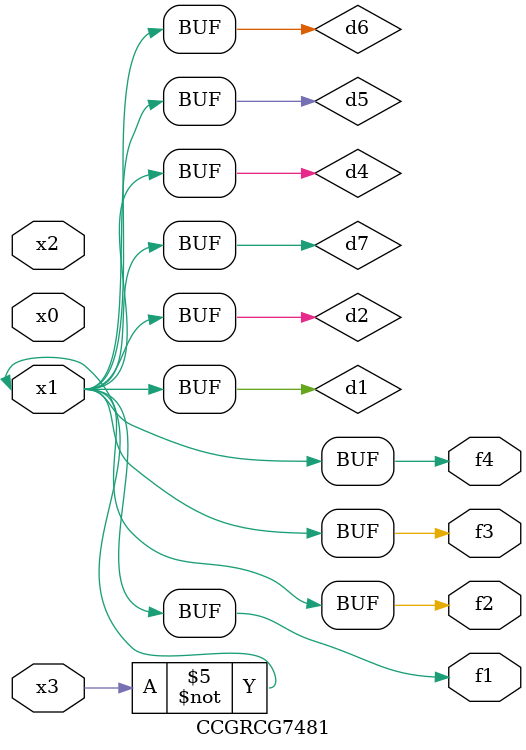
<source format=v>
module CCGRCG7481(
	input x0, x1, x2, x3,
	output f1, f2, f3, f4
);

	wire d1, d2, d3, d4, d5, d6, d7;

	not (d1, x3);
	buf (d2, x1);
	xnor (d3, d1, d2);
	nor (d4, d1);
	buf (d5, d1, d2);
	buf (d6, d4, d5);
	nand (d7, d4);
	assign f1 = d6;
	assign f2 = d7;
	assign f3 = d6;
	assign f4 = d6;
endmodule

</source>
